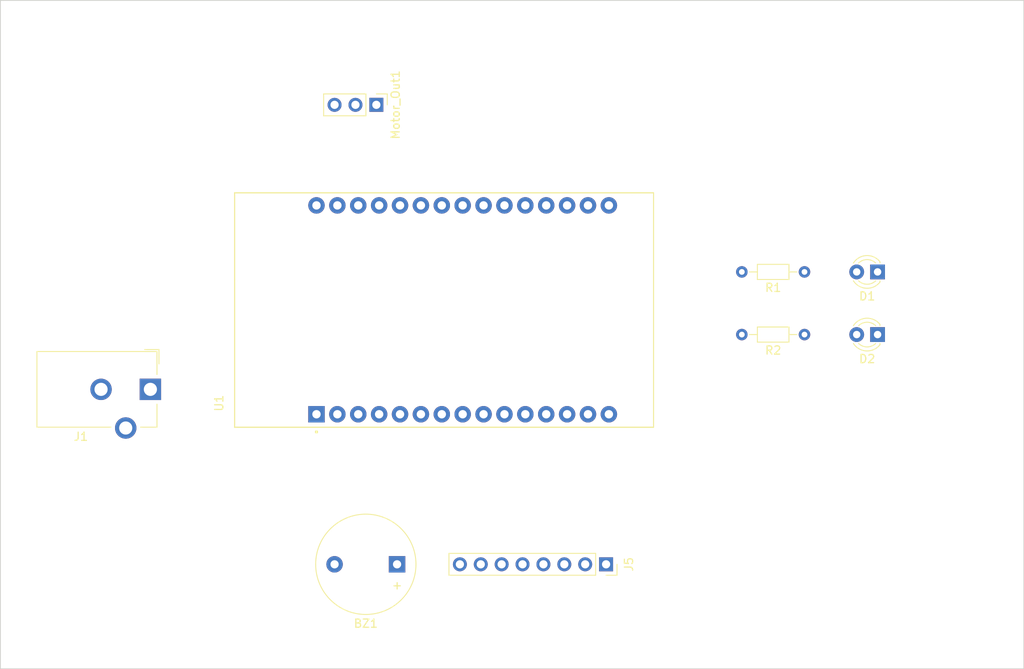
<source format=kicad_pcb>
(kicad_pcb (version 20221018) (generator pcbnew)
  (layers (0 "F.Cu" signal) (31 "B.Cu" signal) (34 "B.Paste" user) (35 "F.Paste" user) (36 "B.SilkS" user "B.Silkscreen") (37 "F.SilkS" user "F.Silkscreen") (38 "B.Mask" user) (39 "F.Mask" user) (44 "Edge.Cuts" user))
  (net 0 "")
  (net 1 "Net-(BZ1--)")
  (net 2 "GND")
  (net 3 "Net-(D1-A)")
  (net 4 "Net-(D2-A)")
  (net 5 "VDC")
  (net 6 "+3.3V")
  (net 7 "Net-(J5-Pin_2)")
  (net 9 "Net-(J5-Pin_5)")
  (net 10 "Net-(J5-Pin_6)")
  (net 11 "Net-(J5-Pin_7)")
  (net 12 "Net-(J5-Pin_8)")
  (net 13 "Net-(Motor_Out1-Pin_1)")
  (net 14 "Net-(U1-D25)")
  (net 15 "Net-(U1-D26)")
  (net 16 "+3V3")
  (footprint "ESP32-DEVKIT-V1:MODULE_ESP32_DEVKIT_V1" (layer "F.Cu") (at 94.595 70.65 90)
    (fp_text reference "U1" (at -11.355 -27.36 90) (layer "F.SilkS"))
    (fp_text value "ESP32-DEVKIT-V1")
    (fp_line (start -14.28 -25.475) (end -3.211 -25.475) (stroke (width 0.127)) (layer "F.SilkS"))
    (fp_line (start -14.28 -25.475) (end 14.23 -25.475) (stroke (width 0.127)) (layer "F.SilkS"))
    (fp_line (start -14.28 25.475) (end -14.28 -25.475) (stroke (width 0.127)) (layer "F.SilkS"))
    (fp_line (start -14.28 25.475) (end -14.28 -25.475) (stroke (width 0.127)) (layer "F.SilkS"))
    (fp_line (start -14.28 25.475) (end -8.91 25.475) (stroke (width 0.127)) (layer "F.SilkS"))
    (fp_line (start -8.91 25.475) (end 8.78 25.475) (stroke (width 0.127)) (layer "F.SilkS"))
    (fp_line (start -3.211 -25.475) (end 3.5 -25.475) (stroke (width 0.127)) (layer "F.SilkS"))
    (fp_line (start 3.5 -25.475) (end 14.23 -25.475) (stroke (width 0.127)) (layer "F.SilkS"))
    (fp_line (start 8.78 25.475) (end 14.23 25.475) (stroke (width 0.127)) (layer "F.SilkS"))
    (fp_line (start 14.23 -25.475) (end 14.23 25.475) (stroke (width 0.127)) (layer "F.SilkS"))
    (fp_line (start 14.23 -25.475) (end 14.23 25.475) (stroke (width 0.127)) (layer "F.SilkS"))
    (fp_line (start 14.23 25.475) (end -14.28 25.475) (stroke (width 0.127)) (layer "F.SilkS"))
    (fp_circle (center -14.85 -15.515) (end -14.75 -15.515) (stroke (width 0.2)) (fill none) (layer "F.SilkS"))
    (pad "" np_thru_hole circle (at -12.28 -23.475 90) (size 3 3) (drill 3) (layers "*.Cu" "*.Mask"))
    (pad "" np_thru_hole circle (at -12.28 23.475 90) (size 3 3) (drill 3) (layers "*.Cu" "*.Mask"))
    (pad "" np_thru_hole circle (at 12.23 -23.475 90) (size 3 3) (drill 3) (layers "*.Cu" "*.Mask"))
    (pad "" np_thru_hole circle (at 12.23 23.475 90) (size 3 3) (drill 3) (layers "*.Cu" "*.Mask"))
    (pad "1" thru_hole rect (at -12.7 -15.515 90) (size 2 2) (drill 1.02) (layers "*.Cu" "*.Mask") (net 16 "+3V3"))
    (pad "2" thru_hole circle (at -12.7 -12.975 90) (size 2 2) (drill 1.02) (layers "*.Cu" "*.Mask") (net 2 "GND"))
    (pad "3" thru_hole circle (at -12.7 -10.435 90) (size 2 2) (drill 1.02) (layers "*.Cu" "*.Mask"))
    (pad "4" thru_hole circle (at -12.7 -7.895 90) (size 2 2) (drill 1.02) (layers "*.Cu" "*.Mask"))
    (pad "5" thru_hole circle (at -12.7 -5.355 90) (size 2 2) (drill 1.02) (layers "*.Cu" "*.Mask"))
    (pad "6" thru_hole circle (at -12.7 -2.815 90) (size 2 2) (drill 1.02) (layers "*.Cu" "*.Mask"))
    (pad "7" thru_hole circle (at -12.7 -0.275 90) (size 2 2) (drill 1.02) (layers "*.Cu" "*.Mask"))
    (pad "8" thru_hole circle (at -12.7 2.265 90) (size 2 2) (drill 1.02) (layers "*.Cu" "*.Mask") (net 12 "Net-(J5-Pin_8)"))
    (pad "9" thru_hole circle (at -12.7 4.805 90) (size 2 2) (drill 1.02) (layers "*.Cu" "*.Mask") (net 11 "Net-(J5-Pin_7)"))
    (pad "10" thru_hole circle (at -12.7 7.345 90) (size 2 2) (drill 1.02) (layers "*.Cu" "*.Mask") (net 9 "Net-(J5-Pin_5)"))
    (pad "11" thru_hole circle (at -12.7 9.885 90) (size 2 2) (drill 1.02) (layers "*.Cu" "*.Mask") (net 7 "Net-(J5-Pin_2)"))
    (pad "12" thru_hole circle (at -12.7 12.425 90) (size 2 2) (drill 1.02) (layers "*.Cu" "*.Mask"))
    (pad "13" thru_hole circle (at -12.7 14.965 90) (size 2 2) (drill 1.02) (layers "*.Cu" "*.Mask"))
    (pad "14" thru_hole circle (at -12.7 17.505 90) (size 2 2) (drill 1.02) (layers "*.Cu" "*.Mask"))
    (pad "15" thru_hole circle (at -12.7 20.045 90) (size 2 2) (drill 1.02) (layers "*.Cu" "*.Mask") (net 10 "Net-(J5-Pin_6)"))
    (pad "16" thru_hole circle (at 12.7 20.045 90) (size 2 2) (drill 1.02) (layers "*.Cu" "*.Mask"))
    (pad "17" thru_hole circle (at 12.7 17.505 90) (size 2 2) (drill 1.02) (layers "*.Cu" "*.Mask"))
    (pad "18" thru_hole circle (at 12.7 14.965 90) (size 2 2) (drill 1.02) (layers "*.Cu" "*.Mask"))
    (pad "19" thru_hole circle (at 12.7 12.425 90) (size 2 2) (drill 1.02) (layers "*.Cu" "*.Mask"))
    (pad "20" thru_hole circle (at 12.7 9.885 90) (size 2 2) (drill 1.02) (layers "*.Cu" "*.Mask"))
    (pad "21" thru_hole circle (at 12.7 7.345 90) (size 2 2) (drill 1.02) (layers "*.Cu" "*.Mask"))
    (pad "22" thru_hole circle (at 12.7 4.805 90) (size 2 2) (drill 1.02) (layers "*.Cu" "*.Mask"))
    (pad "23" thru_hole circle (at 12.7 2.265 90) (size 2 2) (drill 1.02) (layers "*.Cu" "*.Mask") (net 14 "Net-(U1-D25)"))
    (pad "24" thru_hole circle (at 12.7 -0.275 90) (size 2 2) (drill 1.02) (layers "*.Cu" "*.Mask") (net 15 "Net-(U1-D26)"))
    (pad "25" thru_hole circle (at 12.7 -2.815 90) (size 2 2) (drill 1.02) (layers "*.Cu" "*.Mask"))
    (pad "26" thru_hole circle (at 12.7 -5.355 90) (size 2 2) (drill 1.02) (layers "*.Cu" "*.Mask") (net 1 "Net-(BZ1--)"))
    (pad "27" thru_hole circle (at 12.7 -7.895 90) (size 2 2) (drill 1.02) (layers "*.Cu" "*.Mask") (net 13 "Net-(Motor_Out1-Pin_1)"))
    (pad "28" thru_hole circle (at 12.7 -10.435 90) (size 2 2) (drill 1.02) (layers "*.Cu" "*.Mask"))
    (pad "29" thru_hole circle (at 12.7 -12.975 90) (size 2 2) (drill 1.02) (layers "*.Cu" "*.Mask") (net 2 "GND"))
    (pad "30" thru_hole circle (at 12.7 -15.515 90) (size 2 2) (drill 1.02) (layers "*.Cu" "*.Mask") (net 5 "VDC"))
  )
  (footprint "Connector_BarrelJack:BarrelJack_CUI_PJ-102AH_Horizontal" (layer "F.Cu") (at 58.88 80.3225 -90)
    (fp_text reference "J1" (at 5.75 8.45) (layer "F.SilkS"))
    (fp_text value "Barrel_Jack_MountingPin")
    (fp_line (start -4.84 -1.04) (end -3.1 -1.04) (stroke (width 0.12)) (layer "F.SilkS"))
    (fp_line (start -4.84 0.7) (end -4.84 -1.04) (stroke (width 0.12)) (layer "F.SilkS"))
    (fp_line (start -4.6 -0.8) (end -1.8 -0.8) (stroke (width 0.12)) (layer "F.SilkS"))
    (fp_line (start -4.6 13.8) (end -4.6 -0.8) (stroke (width 0.12)) (layer "F.SilkS"))
    (fp_line (start 1.8 -0.8) (end 4.6 -0.8) (stroke (width 0.12)) (layer "F.SilkS"))
    (fp_line (start 4.6 -0.8) (end 4.6 1.2) (stroke (width 0.12)) (layer "F.SilkS"))
    (fp_line (start 4.6 4.8) (end 4.6 13.8) (stroke (width 0.12)) (layer "F.SilkS"))
    (fp_line (start 4.6 13.8) (end -4.6 13.8) (stroke (width 0.12)) (layer "F.SilkS"))
    (pad "1" thru_hole rect (at 0 0 270) (size 2.6 2.6) (drill 1.6) (layers "*.Cu" "*.Mask") (net 5 "VDC"))
    (pad "2" thru_hole circle (at 0 6 270) (size 2.6 2.6) (drill 1.6) (layers "*.Cu" "*.Mask") (net 2 "GND"))
    (pad "3" thru_hole circle (at 4.7 3 270) (size 2.6 2.6) (drill 1.6) (layers "*.Cu" "*.Mask"))
  )
  (footprint "Connector_PinSocket_2.54mm:PinSocket_1x08_P2.54mm_Vertical" (layer "F.Cu") (at 114.3 101.6 -90)
    (fp_text reference "J5" (at 0 -2.77 90) (layer "F.SilkS"))
    (fp_text value "RFID-RC522")
    (fp_line (start -1.33 1.27) (end -1.33 19.11) (stroke (width 0.12)) (layer "F.SilkS"))
    (fp_line (start -1.33 1.27) (end 1.33 1.27) (stroke (width 0.12)) (layer "F.SilkS"))
    (fp_line (start -1.33 19.11) (end 1.33 19.11) (stroke (width 0.12)) (layer "F.SilkS"))
    (fp_line (start 0 -1.33) (end 1.33 -1.33) (stroke (width 0.12)) (layer "F.SilkS"))
    (fp_line (start 1.33 -1.33) (end 1.33 0) (stroke (width 0.12)) (layer "F.SilkS"))
    (fp_line (start 1.33 1.27) (end 1.33 19.11) (stroke (width 0.12)) (layer "F.SilkS"))
    (pad "1" thru_hole rect (at 0 0 270) (size 1.7 1.7) (drill 1) (layers "*.Cu" "*.Mask") (net 6 "+3.3V"))
    (pad "2" thru_hole oval (at 0 2.54 270) (size 1.7 1.7) (drill 1) (layers "*.Cu" "*.Mask") (net 7 "Net-(J5-Pin_2)"))
    (pad "3" thru_hole oval (at 0 5.08 270) (size 1.7 1.7) (drill 1) (layers "*.Cu" "*.Mask") (net 2 "GND"))
    (pad "4" thru_hole oval (at 0 7.62 270) (size 1.7 1.7) (drill 1) (layers "*.Cu" "*.Mask"))
    (pad "5" thru_hole oval (at 0 10.16 270) (size 1.7 1.7) (drill 1) (layers "*.Cu" "*.Mask") (net 9 "Net-(J5-Pin_5)"))
    (pad "6" thru_hole oval (at 0 12.7 270) (size 1.7 1.7) (drill 1) (layers "*.Cu" "*.Mask") (net 10 "Net-(J5-Pin_6)"))
    (pad "7" thru_hole oval (at 0 15.24 270) (size 1.7 1.7) (drill 1) (layers "*.Cu" "*.Mask") (net 11 "Net-(J5-Pin_7)"))
    (pad "8" thru_hole oval (at 0 17.78 270) (size 1.7 1.7) (drill 1) (layers "*.Cu" "*.Mask") (net 12 "Net-(J5-Pin_8)"))
  )
  (footprint "Resistor_THT:R_Axial_DIN0204_L3.6mm_D1.6mm_P7.62mm_Horizontal" (layer "F.Cu") (at 138.43 66.04 180)
    (fp_text reference "R1" (at 3.81 -1.92) (layer "F.SilkS"))
    (fp_text value "330")
    (fp_line (start 0.94 0) (end 1.89 0) (stroke (width 0.12)) (layer "F.SilkS"))
    (fp_line (start 1.89 -0.92) (end 1.89 0.92) (stroke (width 0.12)) (layer "F.SilkS"))
    (fp_line (start 1.89 0.92) (end 5.73 0.92) (stroke (width 0.12)) (layer "F.SilkS"))
    (fp_line (start 5.73 -0.92) (end 1.89 -0.92) (stroke (width 0.12)) (layer "F.SilkS"))
    (fp_line (start 5.73 0.92) (end 5.73 -0.92) (stroke (width 0.12)) (layer "F.SilkS"))
    (fp_line (start 6.68 0) (end 5.73 0) (stroke (width 0.12)) (layer "F.SilkS"))
    (pad "1" thru_hole circle (at 0 0 180) (size 1.4 1.4) (drill 0.7) (layers "*.Cu" "*.Mask") (net 3 "Net-(D1-A)"))
    (pad "2" thru_hole oval (at 7.62 0 180) (size 1.4 1.4) (drill 0.7) (layers "*.Cu" "*.Mask") (net 14 "Net-(U1-D25)"))
  )
  (footprint "LED_THT:LED_D3.0mm" (layer "F.Cu") (at 147.32 66.04 180)
    (fp_text reference "D1" (at 1.27 -2.96) (layer "F.SilkS"))
    (fp_text value "LED Verde")
    (fp_line (start -0.29 -1.236) (end -0.29 -1.08) (stroke (width 0.12)) (layer "F.SilkS"))
    (fp_line (start -0.29 1.08) (end -0.29 1.236) (stroke (width 0.12)) (layer "F.SilkS"))
    (fp_arc (start -0.29 -1.235516) (mid 1.366487 -1.987659) (end 2.942335 -1.078608) (stroke (width 0.12)) (layer "F.SilkS"))
    (fp_arc (start 0.229039 -1.08) (mid 1.270117 -1.5) (end 2.31113 -1.079837) (stroke (width 0.12)) (layer "F.SilkS"))
    (fp_arc (start 2.31113 1.079837) (mid 1.270117 1.5) (end 0.229039 1.08) (stroke (width 0.12)) (layer "F.SilkS"))
    (fp_arc (start 2.942335 1.078608) (mid 1.366487 1.987659) (end -0.29 1.235516) (stroke (width 0.12)) (layer "F.SilkS"))
    (pad "1" thru_hole rect (at 0 0 180) (size 1.8 1.8) (drill 0.9) (layers "*.Cu" "*.Mask") (net 2 "GND"))
    (pad "2" thru_hole circle (at 2.54 0 180) (size 1.8 1.8) (drill 0.9) (layers "*.Cu" "*.Mask") (net 3 "Net-(D1-A)"))
  )
  (footprint "Resistor_THT:R_Axial_DIN0204_L3.6mm_D1.6mm_P7.62mm_Horizontal" (layer "F.Cu") (at 138.43 73.66 180)
    (fp_text reference "R2" (at 3.81 -1.92) (layer "F.SilkS"))
    (fp_text value "330")
    (fp_line (start 0.94 0) (end 1.89 0) (stroke (width 0.12)) (layer "F.SilkS"))
    (fp_line (start 1.89 -0.92) (end 1.89 0.92) (stroke (width 0.12)) (layer "F.SilkS"))
    (fp_line (start 1.89 0.92) (end 5.73 0.92) (stroke (width 0.12)) (layer "F.SilkS"))
    (fp_line (start 5.73 -0.92) (end 1.89 -0.92) (stroke (width 0.12)) (layer "F.SilkS"))
    (fp_line (start 5.73 0.92) (end 5.73 -0.92) (stroke (width 0.12)) (layer "F.SilkS"))
    (fp_line (start 6.68 0) (end 5.73 0) (stroke (width 0.12)) (layer "F.SilkS"))
    (pad "1" thru_hole circle (at 0 0 180) (size 1.4 1.4) (drill 0.7) (layers "*.Cu" "*.Mask") (net 4 "Net-(D2-A)"))
    (pad "2" thru_hole oval (at 7.62 0 180) (size 1.4 1.4) (drill 0.7) (layers "*.Cu" "*.Mask") (net 15 "Net-(U1-D26)"))
  )
  (footprint "LED_THT:LED_D3.0mm" (layer "F.Cu") (at 147.32 73.66 180)
    (fp_text reference "D2" (at 1.27 -2.96) (layer "F.SilkS"))
    (fp_text value "Rojo")
    (fp_line (start -0.29 -1.236) (end -0.29 -1.08) (stroke (width 0.12)) (layer "F.SilkS"))
    (fp_line (start -0.29 1.08) (end -0.29 1.236) (stroke (width 0.12)) (layer "F.SilkS"))
    (fp_arc (start -0.29 -1.235516) (mid 1.366487 -1.987659) (end 2.942335 -1.078608) (stroke (width 0.12)) (layer "F.SilkS"))
    (fp_arc (start 0.229039 -1.08) (mid 1.270117 -1.5) (end 2.31113 -1.079837) (stroke (width 0.12)) (layer "F.SilkS"))
    (fp_arc (start 2.31113 1.079837) (mid 1.270117 1.5) (end 0.229039 1.08) (stroke (width 0.12)) (layer "F.SilkS"))
    (fp_arc (start 2.942335 1.078608) (mid 1.366487 1.987659) (end -0.29 1.235516) (stroke (width 0.12)) (layer "F.SilkS"))
    (pad "1" thru_hole rect (at 0 0 180) (size 1.8 1.8) (drill 0.9) (layers "*.Cu" "*.Mask") (net 2 "GND"))
    (pad "2" thru_hole circle (at 2.54 0 180) (size 1.8 1.8) (drill 0.9) (layers "*.Cu" "*.Mask") (net 4 "Net-(D2-A)"))
  )
  (footprint "Connector_PinHeader_2.54mm:PinHeader_1x03_P2.54mm_Vertical" (layer "F.Cu") (at 86.36 45.72 -90)
    (fp_text reference "Motor_Out1" (at 0 -2.33 90) (layer "F.SilkS"))
    (fp_text value "Conn_01x03_Pin")
    (fp_line (start -1.33 -1.33) (end 0 -1.33) (stroke (width 0.12)) (layer "F.SilkS"))
    (fp_line (start -1.33 0) (end -1.33 -1.33) (stroke (width 0.12)) (layer "F.SilkS"))
    (fp_line (start -1.33 1.27) (end -1.33 6.41) (stroke (width 0.12)) (layer "F.SilkS"))
    (fp_line (start -1.33 1.27) (end 1.33 1.27) (stroke (width 0.12)) (layer "F.SilkS"))
    (fp_line (start -1.33 6.41) (end 1.33 6.41) (stroke (width 0.12)) (layer "F.SilkS"))
    (fp_line (start 1.33 1.27) (end 1.33 6.41) (stroke (width 0.12)) (layer "F.SilkS"))
    (pad "1" thru_hole rect (at 0 0 270) (size 1.7 1.7) (drill 1) (layers "*.Cu" "*.Mask") (net 13 "Net-(Motor_Out1-Pin_1)"))
    (pad "2" thru_hole oval (at 0 2.54 270) (size 1.7 1.7) (drill 1) (layers "*.Cu" "*.Mask") (net 5 "VDC"))
    (pad "3" thru_hole oval (at 0 5.08 270) (size 1.7 1.7) (drill 1) (layers "*.Cu" "*.Mask") (net 2 "GND"))
  )
  (footprint "Buzzer_Beeper:Buzzer_12x9.5RM7.6" (layer "F.Cu") (at 88.88 101.6 180)
    (fp_text reference "BZ1" (at 3.8 -7.2) (layer "F.SilkS"))
    (fp_text value "Buzzer")
    (fp_text user "+" (at -0.01 -2.54) (layer "F.SilkS"))
    (fp_circle (center 3.8 0) (end 9.9 0) (stroke (width 0.12)) (fill none) (layer "F.SilkS"))
    (pad "1" thru_hole rect (at 0 0 180) (size 2 2) (drill 1) (layers "*.Cu" "*.Mask") (net 1 "Net-(BZ1--)"))
    (pad "2" thru_hole circle (at 7.6 0 180) (size 2 2) (drill 1) (layers "*.Cu" "*.Mask") (net 2 "GND"))
  )
  (gr_line (start 40.64 33.02) (end 165.1 33.02) (stroke (width 0.1)) (layer "Edge.Cuts"))
  (gr_line (start 40.64 114.3) (end 40.64 33.02) (stroke (width 0.1)) (layer "Edge.Cuts"))
  (gr_line (start 165.1 114.3) (end 40.64 114.3) (stroke (width 0.1)) (layer "Edge.Cuts"))
  (gr_line (start 165.1 33.02) (end 165.1 114.3) (stroke (width 0.1)) (layer "Edge.Cuts"))
)
</source>
